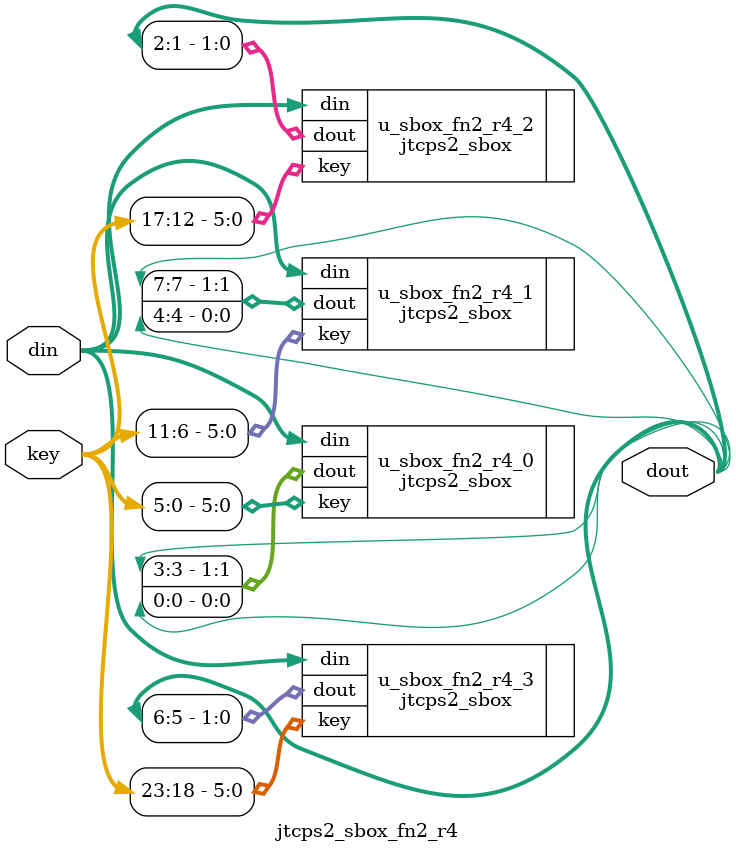
<source format=v>
/*  This file is part of JTCORES.
    JTCORES program is distributed in the hope that it will be useful,
    but WITHOUT ANY WARRANTY; without even the implied warranty of
    MERCHANTABILITY or FITNESS FOR A PARTICULAR PURPOSE.  See the
    GNU General Public License for more details.

    You should have received a copy of the GNU General Public License
    along with JTCORES.  If not, see <http://www.gnu.org/licenses/>.

    Author: Jose Tejada Gomez. Twitter: @topapate
    Version: 1.0
    Date: 16-2-2021 */


module jtcps2_sbox_fn1_r1(
    input  [ 7:0] din,
    input  [23:0] key,
    output [ 7:0] dout
);

    jtcps2_sbox #(
        .LUT( {
        2'd3, 2'd1, 2'd0, 2'd2, 2'd3, 2'd1, 2'd3, 2'd2, 
        2'd2, 2'd2, 2'd3, 2'd2, 2'd1, 2'd2, 2'd2, 2'd1, 
        2'd0, 2'd0, 2'd1, 2'd0, 2'd0, 2'd3, 2'd1, 2'd1, 
        2'd1, 2'd3, 2'd1, 2'd3, 2'd0, 2'd0, 2'd2, 2'd2, 
        2'd2, 2'd1, 2'd1, 2'd1, 2'd2, 2'd3, 2'd3, 2'd2, 
        2'd2, 2'd2, 2'd3, 2'd1, 2'd2, 2'd1, 2'd1, 2'd1, 
        2'd2, 2'd1, 2'd3, 2'd0, 2'd3, 2'd0, 2'd2, 2'd3, 
        2'd1, 2'd1, 2'd0, 2'd1, 2'd0, 2'd2, 2'd2, 2'd0
        } ),
        .LOC( { 3'd0, 3'd0, 3'd6, 3'd5, 3'd4, 3'd3 } ),
        .OK ( 6'b00_1111 ))
    u_sbox_fn1_r1_0(
        .din ( din                  ),
        .key ( key[ 5:0 ]           ),
        .dout( { dout[6], dout[3] } )
    );

    jtcps2_sbox #(
        .LUT( {
        2'd0, 2'd0, 2'd3, 2'd2, 2'd3, 2'd1, 2'd3, 2'd2, 
        2'd2, 2'd2, 2'd3, 2'd1, 2'd1, 2'd3, 2'd2, 2'd3, 
        2'd1, 2'd2, 2'd1, 2'd0, 2'd2, 2'd1, 2'd1, 2'd1, 
        2'd1, 2'd3, 2'd3, 2'd3, 2'd2, 2'd3, 2'd1, 2'd0, 
        2'd3, 2'd3, 2'd3, 2'd0, 2'd3, 2'd2, 2'd2, 2'd1, 
        2'd2, 2'd0, 2'd0, 2'd0, 2'd3, 2'd1, 2'd3, 2'd2, 
        2'd3, 2'd2, 2'd0, 2'd0, 2'd0, 2'd1, 2'd2, 2'd1, 
        2'd1, 2'd1, 2'd1, 2'd2, 2'd2, 2'd2, 2'd0, 2'd3
        } ),
        .LOC( { 3'd0, 3'd7, 3'd4, 3'd2, 3'd1, 3'd0 } ),
        .OK ( 6'b01_1111 ))
    u_sbox_fn1_r1_1(
        .din ( din                  ),
        .key ( key[11:6 ]           ),
        .dout( { dout[7], dout[2] } )
    );

    jtcps2_sbox #(
        .LUT( {
        2'd0, 2'd0, 2'd0, 2'd2, 2'd2, 2'd0, 2'd2, 2'd1, 
        2'd1, 2'd1, 2'd3, 2'd1, 2'd3, 2'd2, 2'd1, 2'd3, 
        2'd0, 2'd1, 2'd2, 2'd0, 2'd1, 2'd0, 2'd1, 2'd2, 
        2'd0, 2'd2, 2'd0, 2'd1, 2'd2, 2'd1, 2'd3, 2'd2, 
        2'd0, 2'd1, 2'd0, 2'd0, 2'd1, 2'd0, 2'd2, 2'd0, 
        2'd2, 2'd0, 2'd3, 2'd2, 2'd1, 2'd0, 2'd1, 2'd0, 
        2'd3, 2'd2, 2'd3, 2'd3, 2'd0, 2'd2, 2'd1, 2'd3, 
        2'd2, 2'd2, 2'd0, 2'd1, 2'd1, 2'd3, 2'd0, 2'd3
        } ),
        .LOC( { 3'd7, 3'd6, 3'd3, 3'd2, 3'd1, 3'd0 } ),
        .OK ( 6'b11_1111 ))
    u_sbox_fn1_r1_2(
        .din ( din                  ),
        .key ( key[17:12]           ),
        .dout( { dout[1], dout[0] } )
    );

    jtcps2_sbox #(
        .LUT( {
        2'd3, 2'd3, 2'd1, 2'd1, 2'd0, 2'd3, 2'd0, 2'd0, 
        2'd3, 2'd3, 2'd1, 2'd2, 2'd0, 2'd2, 2'd3, 2'd3, 
        2'd0, 2'd2, 2'd3, 2'd2, 2'd2, 2'd1, 2'd1, 2'd3, 
        2'd1, 2'd0, 2'd1, 2'd0, 2'd1, 2'd0, 2'd1, 2'd2, 
        2'd2, 2'd0, 2'd0, 2'd0, 2'd3, 2'd1, 2'd0, 2'd1, 
        2'd0, 2'd1, 2'd2, 2'd3, 2'd3, 2'd1, 2'd2, 2'd2, 
        2'd1, 2'd2, 2'd3, 2'd1, 2'd2, 2'd3, 2'd2, 2'd1, 
        2'd1, 2'd2, 2'd2, 2'd0, 2'd3, 2'd0, 2'd2, 2'd3
        } ),
        .LOC( { 3'd7, 3'd6, 3'd5, 3'd3, 3'd1, 3'd0 } ),
        .OK ( 6'b11_1111 ))
    u_sbox_fn1_r1_3(
        .din ( din                  ),
        .key ( key[23:18]           ),
        .dout( { dout[5], dout[4] } )
    );

endmodule


module jtcps2_sbox_fn1_r2(
    input  [ 7:0] din,
    input  [23:0] key,
    output [ 7:0] dout
);

    jtcps2_sbox #(
        .LUT( {
        2'd0, 2'd3, 2'd1, 2'd0, 2'd2, 2'd1, 2'd2, 2'd1, 
        2'd2, 2'd2, 2'd1, 2'd0, 2'd3, 2'd1, 2'd0, 2'd3, 
        2'd2, 2'd1, 2'd2, 2'd3, 2'd1, 2'd0, 2'd3, 2'd3, 
        2'd0, 2'd2, 2'd1, 2'd0, 2'd1, 2'd2, 2'd2, 2'd0, 
        2'd2, 2'd1, 2'd3, 2'd2, 2'd2, 2'd3, 2'd2, 2'd3, 
        2'd3, 2'd3, 2'd1, 2'd3, 2'd3, 2'd0, 2'd3, 2'd1, 
        2'd3, 2'd1, 2'd2, 2'd0, 2'd1, 2'd0, 2'd3, 2'd0, 
        2'd1, 2'd3, 2'd0, 2'd3, 2'd0, 2'd2, 2'd3, 2'd3
        } ),
        .LOC( { 3'd0, 3'd6, 3'd3, 3'd2, 3'd1, 3'd0 } ),
        .OK ( 6'b01_1111 ))
    u_sbox_fn1_r2_0(
        .din ( din                  ),
        .key ( key[ 5:0 ]           ),
        .dout( { dout[6], dout[1] } )
    );

    jtcps2_sbox #(
        .LUT( {
        2'd0, 2'd2, 2'd0, 2'd3, 2'd2, 2'd3, 2'd0, 2'd2, 
        2'd3, 2'd1, 2'd2, 2'd1, 2'd3, 2'd2, 2'd1, 2'd0, 
        2'd3, 2'd0, 2'd1, 2'd2, 2'd1, 2'd2, 2'd1, 2'd2, 
        2'd3, 2'd2, 2'd0, 2'd1, 2'd0, 2'd2, 2'd2, 2'd2, 
        2'd3, 2'd1, 2'd2, 2'd3, 2'd2, 2'd1, 2'd0, 2'd1, 
        2'd0, 2'd1, 2'd2, 2'd2, 2'd1, 2'd0, 2'd3, 2'd3, 
        2'd2, 2'd3, 2'd2, 2'd0, 2'd0, 2'd2, 2'd0, 2'd1, 
        2'd1, 2'd0, 2'd3, 2'd1, 2'd2, 2'd3, 2'd2, 2'd1
        } ),
        .LOC( { 3'd0, 3'd7, 3'd6, 3'd5, 3'd4, 3'd2 } ),
        .OK ( 6'b01_1111 ))
    u_sbox_fn1_r2_1(
        .din ( din                  ),
        .key ( key[11:6 ]           ),
        .dout( { dout[7], dout[5] } )
    );

    jtcps2_sbox #(
        .LUT( {
        2'd3, 2'd1, 2'd3, 2'd2, 2'd3, 2'd0, 2'd0, 2'd2, 
        2'd2, 2'd1, 2'd1, 2'd1, 2'd2, 2'd2, 2'd2, 2'd1, 
        2'd0, 2'd0, 2'd1, 2'd1, 2'd2, 2'd3, 2'd3, 2'd1, 
        2'd0, 2'd3, 2'd1, 2'd3, 2'd0, 2'd3, 2'd1, 2'd1, 
        2'd2, 2'd2, 2'd2, 2'd3, 2'd3, 2'd3, 2'd0, 2'd1, 
        2'd3, 2'd2, 2'd2, 2'd2, 2'd1, 2'd3, 2'd1, 2'd1, 
        2'd0, 2'd0, 2'd3, 2'd1, 2'd2, 2'd2, 2'd2, 2'd0, 
        2'd1, 2'd0, 2'd1, 2'd1, 2'd2, 2'd0, 2'd1, 2'd0
        } ),
        .LOC( { 3'd7, 3'd5, 3'd4, 3'd3, 3'd2, 3'd1 } ),
        .OK ( 6'b11_1111 ))
    u_sbox_fn1_r2_2(
        .din ( din                  ),
        .key ( key[17:12]           ),
        .dout( { dout[3], dout[0] } )
    );

    jtcps2_sbox #(
        .LUT( {
        2'd3, 2'd3, 2'd2, 2'd1, 2'd0, 2'd1, 2'd3, 2'd1, 
        2'd1, 2'd1, 2'd1, 2'd0, 2'd1, 2'd0, 2'd1, 2'd0, 
        2'd3, 2'd1, 2'd1, 2'd2, 2'd2, 2'd2, 2'd1, 2'd2, 
        2'd0, 2'd2, 2'd3, 2'd0, 2'd3, 2'd3, 2'd3, 2'd1, 
        2'd0, 2'd3, 2'd0, 2'd3, 2'd0, 2'd3, 2'd0, 2'd0, 
        2'd0, 2'd1, 2'd2, 2'd1, 2'd0, 2'd3, 2'd3, 2'd1, 
        2'd1, 2'd3, 2'd0, 2'd1, 2'd1, 2'd1, 2'd2, 2'd1, 
        2'd0, 2'd2, 2'd3, 2'd3, 2'd3, 2'd0, 2'd1, 2'd2
        } ),
        .LOC( { 3'd7, 3'd6, 3'd4, 3'd3, 3'd1, 3'd0 } ),
        .OK ( 6'b11_1111 ))
    u_sbox_fn1_r2_3(
        .din ( din                  ),
        .key ( key[23:18]           ),
        .dout( { dout[4], dout[2] } )
    );

endmodule


module jtcps2_sbox_fn1_r3(
    input  [ 7:0] din,
    input  [23:0] key,
    output [ 7:0] dout
);

    jtcps2_sbox #(
        .LUT( {
        2'd3, 2'd3, 2'd3, 2'd3, 2'd3, 2'd1, 2'd3, 2'd0, 
        2'd0, 2'd0, 2'd2, 2'd0, 2'd1, 2'd0, 2'd0, 2'd2, 
        2'd3, 2'd3, 2'd1, 2'd0, 2'd2, 2'd3, 2'd1, 2'd0, 
        2'd3, 2'd3, 2'd2, 2'd1, 2'd1, 2'd0, 2'd0, 2'd3, 
        2'd3, 2'd2, 2'd0, 2'd0, 2'd0, 2'd0, 2'd0, 2'd3, 
        2'd0, 2'd1, 2'd2, 2'd2, 2'd3, 2'd2, 2'd1, 2'd0, 
        2'd2, 2'd3, 2'd0, 2'd0, 2'd0, 2'd2, 2'd0, 2'd2, 
        2'd0, 2'd1, 2'd1, 2'd3, 2'd3, 2'd0, 2'd0, 2'd0
        } ),
        .LOC( { 3'd0, 3'd7, 3'd6, 3'd5, 3'd1, 3'd0 } ),
        .OK ( 6'b01_1111 ))
    u_sbox_fn1_r3_0(
        .din ( din                  ),
        .key ( key[ 5:0 ]           ),
        .dout( { dout[5], dout[0] } )
    );

    jtcps2_sbox #(
        .LUT( {
        2'd3, 2'd1, 2'd1, 2'd1, 2'd2, 2'd0, 2'd3, 2'd1, 
        2'd3, 2'd1, 2'd2, 2'd0, 2'd3, 2'd2, 2'd2, 2'd1, 
        2'd0, 2'd1, 2'd2, 2'd0, 2'd1, 2'd3, 2'd2, 2'd3, 
        2'd0, 2'd3, 2'd3, 2'd2, 2'd1, 2'd2, 2'd0, 2'd3, 
        2'd1, 2'd2, 2'd2, 2'd1, 2'd2, 2'd0, 2'd1, 2'd0, 
        2'd0, 2'd1, 2'd1, 2'd1, 2'd3, 2'd2, 2'd0, 2'd1, 
        2'd2, 2'd0, 2'd2, 2'd3, 2'd0, 2'd3, 2'd2, 2'd2, 
        2'd0, 2'd3, 2'd2, 2'd0, 2'd3, 2'd2, 2'd3, 2'd2
        } ),
        .LOC( { 3'd0, 3'd7, 3'd6, 3'd4, 3'd3, 3'd2 } ),
        .OK ( 6'b01_1111 ))
    u_sbox_fn1_r3_1(
        .din ( din                  ),
        .key ( key[11:6 ]           ),
        .dout( { dout[7], dout[6] } )
    );

    jtcps2_sbox #(
        .LUT( {
        2'd0, 2'd0, 2'd0, 2'd2, 2'd3, 2'd0, 2'd0, 2'd0, 
        2'd0, 2'd3, 2'd2, 2'd0, 2'd0, 2'd1, 2'd1, 2'd3, 
        2'd0, 2'd3, 2'd1, 2'd0, 2'd2, 2'd1, 2'd1, 2'd3, 
        2'd2, 2'd1, 2'd0, 2'd0, 2'd2, 2'd1, 2'd1, 2'd2, 
        2'd0, 2'd3, 2'd0, 2'd0, 2'd0, 2'd2, 2'd1, 2'd3, 
        2'd2, 2'd0, 2'd0, 2'd2, 2'd0, 2'd1, 2'd3, 2'd2, 
        2'd1, 2'd0, 2'd0, 2'd2, 2'd2, 2'd2, 2'd1, 2'd2, 
        2'd2, 2'd1, 2'd3, 2'd1, 2'd1, 2'd2, 2'd0, 2'd3
        } ),
        .LOC( { 3'd6, 3'd5, 3'd4, 3'd3, 3'd2, 3'd0 } ),
        .OK ( 6'b11_1111 ))
    u_sbox_fn1_r3_2(
        .din ( din                  ),
        .key ( key[17:12]           ),
        .dout( { dout[4], dout[1] } )
    );

    jtcps2_sbox #(
        .LUT( {
        2'd0, 2'd1, 2'd1, 2'd3, 2'd0, 2'd3, 2'd2, 2'd0, 
        2'd1, 2'd3, 2'd2, 2'd2, 2'd3, 2'd3, 2'd3, 2'd0, 
        2'd0, 2'd1, 2'd2, 2'd2, 2'd2, 2'd3, 2'd2, 2'd1, 
        2'd1, 2'd2, 2'd0, 2'd3, 2'd0, 2'd3, 2'd3, 2'd1, 
        2'd2, 2'd3, 2'd3, 2'd0, 2'd1, 2'd2, 2'd2, 2'd0, 
        2'd0, 2'd1, 2'd1, 2'd3, 2'd3, 2'd0, 2'd1, 2'd1, 
        2'd1, 2'd1, 2'd1, 2'd0, 2'd1, 2'd2, 2'd3, 2'd3, 
        2'd2, 2'd3, 2'd1, 2'd2, 2'd0, 2'd0, 2'd1, 2'd0
        } ),
        .LOC( { 3'd7, 3'd5, 3'd3, 3'd2, 3'd1, 3'd0 } ),
        .OK ( 6'b11_1111 ))
    u_sbox_fn1_r3_3(
        .din ( din                  ),
        .key ( key[23:18]           ),
        .dout( { dout[3], dout[2] } )
    );

endmodule


module jtcps2_sbox_fn1_r4(
    input  [ 7:0] din,
    input  [23:0] key,
    output [ 7:0] dout
);

    jtcps2_sbox #(
        .LUT( {
        2'd0, 2'd3, 2'd3, 2'd1, 2'd0, 2'd3, 2'd1, 2'd3, 
        2'd0, 2'd3, 2'd1, 2'd2, 2'd0, 2'd0, 2'd0, 2'd2, 
        2'd2, 2'd1, 2'd0, 2'd2, 2'd3, 2'd2, 2'd1, 2'd3, 
        2'd2, 2'd3, 2'd1, 2'd2, 2'd3, 2'd0, 2'd1, 2'd0, 
        2'd2, 2'd1, 2'd0, 2'd2, 2'd3, 2'd2, 2'd3, 2'd0, 
        2'd3, 2'd2, 2'd1, 2'd2, 2'd1, 2'd0, 2'd3, 2'd3, 
        2'd2, 2'd0, 2'd2, 2'd1, 2'd0, 2'd3, 2'd2, 2'd3, 
        2'd3, 2'd1, 2'd0, 2'd1, 2'd1, 2'd1, 2'd1, 2'd1
        } ),
        .LOC( { 3'd7, 3'd5, 3'd4, 3'd3, 3'd2, 3'd1 } ),
        .OK ( 6'b11_1111 ))
    u_sbox_fn1_r4_0(
        .din ( din                  ),
        .key ( key[ 5:0 ]           ),
        .dout( { dout[4], dout[0] } )
    );

    jtcps2_sbox #(
        .LUT( {
        2'd0, 2'd1, 2'd2, 2'd2, 2'd3, 2'd3, 2'd1, 2'd0, 
        2'd0, 2'd1, 2'd1, 2'd3, 2'd1, 2'd0, 2'd3, 2'd0, 
        2'd1, 2'd0, 2'd2, 2'd0, 2'd2, 2'd0, 2'd3, 2'd0, 
        2'd3, 2'd0, 2'd3, 2'd2, 2'd0, 2'd3, 2'd1, 2'd1, 
        2'd0, 2'd0, 2'd3, 2'd3, 2'd2, 2'd2, 2'd0, 2'd1, 
        2'd0, 2'd2, 2'd0, 2'd0, 2'd1, 2'd3, 2'd2, 2'd2, 
        2'd2, 2'd1, 2'd3, 2'd0, 2'd3, 2'd1, 2'd3, 2'd3, 
        2'd2, 2'd0, 2'd1, 2'd0, 2'd0, 2'd0, 2'd0, 2'd3
        } ),
        .LOC( { 3'd6, 3'd5, 3'd3, 3'd2, 3'd1, 3'd0 } ),
        .OK ( 6'b11_1111 ))
    u_sbox_fn1_r4_1(
        .din ( din                  ),
        .key ( key[11:6 ]           ),
        .dout( { dout[3], dout[1] } )
    );

    jtcps2_sbox #(
        .LUT( {
        2'd0, 2'd3, 2'd1, 2'd1, 2'd3, 2'd3, 2'd2, 2'd1, 
        2'd3, 2'd0, 2'd3, 2'd2, 2'd1, 2'd1, 2'd1, 2'd2, 
        2'd1, 2'd0, 2'd0, 2'd2, 2'd2, 2'd0, 2'd1, 2'd1, 
        2'd2, 2'd2, 2'd2, 2'd0, 2'd3, 2'd2, 2'd0, 2'd3, 
        2'd0, 2'd1, 2'd0, 2'd0, 2'd1, 2'd0, 2'd2, 2'd3, 
        2'd2, 2'd3, 2'd3, 2'd2, 2'd2, 2'd1, 2'd0, 2'd3, 
        2'd0, 2'd3, 2'd0, 2'd0, 2'd2, 2'd3, 2'd0, 2'd2, 
        2'd1, 2'd3, 2'd1, 2'd0, 2'd2, 2'd1, 2'd1, 2'd0
        } ),
        .LOC( { 3'd7, 3'd6, 3'd5, 3'd4, 3'd2, 3'd0 } ),
        .OK ( 6'b11_1111 ))
    u_sbox_fn1_r4_2(
        .din ( din                  ),
        .key ( key[17:12]           ),
        .dout( { dout[6], dout[2] } )
    );

    jtcps2_sbox #(
        .LUT( {
        2'd0, 2'd0, 2'd3, 2'd2, 2'd1, 2'd2, 2'd2, 2'd2, 
        2'd0, 2'd0, 2'd0, 2'd3, 2'd0, 2'd0, 2'd1, 2'd3, 
        2'd0, 2'd3, 2'd2, 2'd3, 2'd2, 2'd3, 2'd3, 2'd0, 
        2'd1, 2'd1, 2'd2, 2'd1, 2'd3, 2'd1, 2'd1, 2'd1, 
        2'd3, 2'd3, 2'd1, 2'd2, 2'd0, 2'd0, 2'd2, 2'd3, 
        2'd3, 2'd2, 2'd2, 2'd0, 2'd3, 2'd3, 2'd1, 2'd0, 
        2'd2, 2'd0, 2'd2, 2'd3, 2'd1, 2'd1, 2'd2, 2'd2, 
        2'd3, 2'd0, 2'd1, 2'd0, 2'd2, 2'd2, 2'd1, 2'd0
        } ),
        .LOC( { 3'd7, 3'd6, 3'd4, 3'd3, 3'd1, 3'd0 } ),
        .OK ( 6'b11_1111 ))
    u_sbox_fn1_r4_3(
        .din ( din                  ),
        .key ( key[23:18]           ),
        .dout( { dout[7], dout[5] } )
    );

endmodule


module jtcps2_sbox_fn2_r1(
    input  [ 7:0] din,
    input  [23:0] key,
    output [ 7:0] dout
);

    jtcps2_sbox #(
        .LUT( {
        2'd1, 2'd3, 2'd1, 2'd1, 2'd3, 2'd1, 2'd2, 2'd2, 
        2'd1, 2'd1, 2'd3, 2'd0, 2'd2, 2'd0, 2'd1, 2'd1, 
        2'd2, 2'd1, 2'd0, 2'd3, 2'd2, 2'd0, 2'd3, 2'd0, 
        2'd3, 2'd3, 2'd2, 2'd2, 2'd1, 2'd0, 2'd1, 2'd0, 
        2'd0, 2'd3, 2'd1, 2'd2, 2'd0, 2'd3, 2'd2, 2'd2, 
        2'd2, 2'd0, 2'd2, 2'd0, 2'd2, 2'd1, 2'd0, 2'd2, 
        2'd1, 2'd0, 2'd2, 2'd3, 2'd1, 2'd0, 2'd1, 2'd1, 
        2'd3, 2'd0, 2'd0, 2'd3, 2'd0, 2'd2, 2'd0, 2'd2
        } ),
        .LOC( { 3'd0, 3'd7, 3'd5, 3'd4, 3'd3, 3'd0 } ),
        .OK ( 6'b01_1111 ))
    u_sbox_fn2_r1_0(
        .din ( din                  ),
        .key ( key[ 5:0 ]           ),
        .dout( { dout[7], dout[6] } )
    );

    jtcps2_sbox #(
        .LUT( {
        2'd0, 2'd3, 2'd1, 2'd1, 2'd1, 2'd3, 2'd2, 2'd2, 
        2'd3, 2'd3, 2'd3, 2'd0, 2'd2, 2'd1, 2'd1, 2'd3, 
        2'd2, 2'd1, 2'd1, 2'd0, 2'd1, 2'd0, 2'd2, 2'd2, 
        2'd2, 2'd2, 2'd2, 2'd2, 2'd3, 2'd1, 2'd3, 2'd1, 
        2'd1, 2'd1, 2'd3, 2'd3, 2'd3, 2'd1, 2'd0, 2'd2, 
        2'd2, 2'd2, 2'd2, 2'd0, 2'd2, 2'd2, 2'd3, 2'd1, 
        2'd0, 2'd0, 2'd1, 2'd1, 2'd0, 2'd2, 2'd0, 2'd3, 
        2'd1, 2'd0, 2'd2, 2'd0, 2'd3, 2'd0, 2'd1, 2'd1
        } ),
        .LOC( { 3'd0, 3'd6, 3'd4, 3'd3, 3'd2, 3'd1 } ),
        .OK ( 6'b01_1111 ))
    u_sbox_fn2_r1_1(
        .din ( din                  ),
        .key ( key[11:6 ]           ),
        .dout( { dout[5], dout[3] } )
    );

    jtcps2_sbox #(
        .LUT( {
        2'd3, 2'd1, 2'd1, 2'd3, 2'd1, 2'd2, 2'd3, 2'd1, 
        2'd0, 2'd2, 2'd3, 2'd2, 2'd0, 2'd0, 2'd0, 2'd3, 
        2'd1, 2'd0, 2'd3, 2'd2, 2'd3, 2'd2, 2'd0, 2'd0, 
        2'd0, 2'd2, 2'd0, 2'd0, 2'd1, 2'd1, 2'd0, 2'd2, 
        2'd2, 2'd0, 2'd0, 2'd0, 2'd2, 2'd1, 2'd3, 2'd2, 
        2'd1, 2'd0, 2'd0, 2'd2, 2'd1, 2'd3, 2'd2, 2'd1, 
        2'd1, 2'd2, 2'd1, 2'd0, 2'd1, 2'd2, 2'd2, 2'd1, 
        2'd3, 2'd3, 2'd3, 2'd3, 2'd2, 2'd2, 2'd0, 2'd1
        } ),
        .LOC( { 3'd7, 3'd6, 3'd5, 3'd4, 3'd2, 3'd1 } ),
        .OK ( 6'b11_1111 ))
    u_sbox_fn2_r1_2(
        .din ( din                  ),
        .key ( key[17:12]           ),
        .dout( { dout[4], dout[1] } )
    );

    jtcps2_sbox #(
        .LUT( {
        2'd0, 2'd2, 2'd2, 2'd3, 2'd1, 2'd0, 2'd3, 2'd0, 
        2'd0, 2'd0, 2'd3, 2'd1, 2'd2, 2'd1, 2'd3, 2'd3, 
        2'd2, 2'd2, 2'd2, 2'd0, 2'd1, 2'd0, 2'd0, 2'd3, 
        2'd1, 2'd2, 2'd1, 2'd0, 2'd0, 2'd0, 2'd3, 2'd2, 
        2'd1, 2'd0, 2'd3, 2'd3, 2'd0, 2'd0, 2'd0, 2'd3, 
        2'd2, 2'd0, 2'd0, 2'd1, 2'd3, 2'd0, 2'd3, 2'd2, 
        2'd1, 2'd2, 2'd3, 2'd3, 2'd1, 2'd1, 2'd2, 2'd3, 
        2'd1, 2'd3, 2'd2, 2'd3, 2'd0, 2'd3, 2'd3, 2'd1
        } ),
        .LOC( { 3'd7, 3'd6, 3'd5, 3'd3, 3'd2, 3'd0 } ),
        .OK ( 6'b11_1111 ))
    u_sbox_fn2_r1_3(
        .din ( din                  ),
        .key ( key[23:18]           ),
        .dout( { dout[2], dout[0] } )
    );

endmodule


module jtcps2_sbox_fn2_r2(
    input  [ 7:0] din,
    input  [23:0] key,
    output [ 7:0] dout
);

    jtcps2_sbox #(
        .LUT( {
        2'd0, 2'd1, 2'd1, 2'd2, 2'd1, 2'd2, 2'd1, 2'd1, 
        2'd0, 2'd0, 2'd2, 2'd0, 2'd0, 2'd3, 2'd3, 2'd0, 
        2'd2, 2'd0, 2'd1, 2'd1, 2'd1, 2'd2, 2'd1, 2'd3, 
        2'd0, 2'd3, 2'd3, 2'd1, 2'd1, 2'd2, 2'd2, 2'd2, 
        2'd3, 2'd2, 2'd0, 2'd2, 2'd2, 2'd2, 2'd1, 2'd3, 
        2'd3, 2'd2, 2'd3, 2'd2, 2'd1, 2'd0, 2'd1, 2'd1, 
        2'd3, 2'd0, 2'd3, 2'd1, 2'd1, 2'd0, 2'd0, 2'd3, 
        2'd1, 2'd3, 2'd0, 2'd3, 2'd0, 2'd3, 2'd1, 2'd3
        } ),
        .LOC( { 3'd0, 3'd0, 3'd6, 3'd4, 3'd2, 3'd0 } ),
        .OK ( 6'b00_1111 ))
    u_sbox_fn2_r2_0(
        .din ( din                  ),
        .key ( key[ 5:0 ]           ),
        .dout( { dout[6], dout[4] } )
    );

    jtcps2_sbox #(
        .LUT( {
        2'd0, 2'd2, 2'd1, 2'd0, 2'd0, 2'd3, 2'd1, 2'd1, 
        2'd3, 2'd0, 2'd3, 2'd3, 2'd2, 2'd0, 2'd1, 2'd3, 
        2'd3, 2'd2, 2'd0, 2'd2, 2'd1, 2'd2, 2'd0, 2'd2, 
        2'd1, 2'd1, 2'd0, 2'd2, 2'd1, 2'd0, 2'd3, 2'd2, 
        2'd0, 2'd1, 2'd0, 2'd2, 2'd2, 2'd1, 2'd2, 2'd3, 
        2'd3, 2'd3, 2'd1, 2'd2, 2'd2, 2'd1, 2'd3, 2'd0, 
        2'd3, 2'd2, 2'd0, 2'd2, 2'd1, 2'd1, 2'd1, 2'd3, 
        2'd2, 2'd1, 2'd2, 2'd3, 2'd3, 2'd0, 2'd3, 2'd0
        } ),
        .LOC( { 3'd7, 3'd6, 3'd5, 3'd4, 3'd3, 3'd1 } ),
        .OK ( 6'b11_1111 ))
    u_sbox_fn2_r2_1(
        .din ( din                  ),
        .key ( key[11:6 ]           ),
        .dout( { dout[3], dout[0] } )
    );

    jtcps2_sbox #(
        .LUT( {
        2'd1, 2'd2, 2'd0, 2'd1, 2'd2, 2'd3, 2'd2, 2'd1, 
        2'd2, 2'd2, 2'd0, 2'd2, 2'd2, 2'd3, 2'd0, 2'd3, 
        2'd3, 2'd0, 2'd3, 2'd2, 2'd1, 2'd0, 2'd2, 2'd1, 
        2'd1, 2'd1, 2'd0, 2'd1, 2'd2, 2'd2, 2'd3, 2'd3, 
        2'd1, 2'd3, 2'd2, 2'd1, 2'd1, 2'd0, 2'd0, 2'd3, 
        2'd0, 2'd1, 2'd1, 2'd2, 2'd3, 2'd2, 2'd2, 2'd1, 
        2'd3, 2'd0, 2'd1, 2'd1, 2'd2, 2'd2, 2'd2, 2'd1, 
        2'd0, 2'd1, 2'd2, 2'd3, 2'd1, 2'd2, 2'd0, 2'd0
        } ),
        .LOC( { 3'd7, 3'd5, 3'd4, 3'd3, 3'd1, 3'd0 } ),
        .OK ( 6'b11_1111 ))
    u_sbox_fn2_r2_2(
        .din ( din                  ),
        .key ( key[17:12]           ),
        .dout( { dout[7], dout[1] } )
    );

    jtcps2_sbox #(
        .LUT( {
        2'd0, 2'd2, 2'd3, 2'd2, 2'd2, 2'd1, 2'd0, 2'd0, 
        2'd3, 2'd1, 2'd0, 2'd1, 2'd0, 2'd1, 2'd1, 2'd1, 
        2'd1, 2'd3, 2'd2, 2'd3, 2'd0, 2'd2, 2'd3, 2'd0, 
        2'd0, 2'd0, 2'd1, 2'd1, 2'd3, 2'd3, 2'd3, 2'd2, 
        2'd2, 2'd1, 2'd2, 2'd2, 2'd0, 2'd0, 2'd2, 2'd2, 
        2'd1, 2'd3, 2'd2, 2'd1, 2'd3, 2'd2, 2'd3, 2'd3, 
        2'd0, 2'd3, 2'd2, 2'd3, 2'd0, 2'd2, 2'd3, 2'd1, 
        2'd0, 2'd2, 2'd2, 2'd0, 2'd2, 2'd1, 2'd2, 2'd0
        } ),
        .LOC( { 3'd7, 3'd6, 3'd5, 3'd3, 3'd2, 3'd1 } ),
        .OK ( 6'b11_1111 ))
    u_sbox_fn2_r2_3(
        .din ( din                  ),
        .key ( key[23:18]           ),
        .dout( { dout[5], dout[2] } )
    );

endmodule


module jtcps2_sbox_fn2_r3(
    input  [ 7:0] din,
    input  [23:0] key,
    output [ 7:0] dout
);

    jtcps2_sbox #(
        .LUT( {
        2'd1, 2'd3, 2'd3, 2'd2, 2'd0, 2'd1, 2'd2, 2'd1, 
        2'd0, 2'd3, 2'd3, 2'd3, 2'd0, 2'd0, 2'd0, 2'd0, 
        2'd0, 2'd2, 2'd3, 2'd3, 2'd3, 2'd2, 2'd2, 2'd0, 
        2'd2, 2'd2, 2'd3, 2'd1, 2'd1, 2'd2, 2'd1, 2'd1, 
        2'd2, 2'd1, 2'd2, 2'd3, 2'd2, 2'd0, 2'd1, 2'd1, 
        2'd0, 2'd0, 2'd1, 2'd3, 2'd3, 2'd0, 2'd2, 2'd0, 
        2'd1, 2'd0, 2'd0, 2'd3, 2'd3, 2'd1, 2'd2, 2'd2, 
        2'd3, 2'd1, 2'd3, 2'd2, 2'd1, 2'd2, 2'd1, 2'd2
        } ),
        .LOC( { 3'd0, 3'd0, 3'd6, 3'd4, 3'd3, 3'd2 } ),
        .OK ( 6'b00_1111 ))
    u_sbox_fn2_r3_0(
        .din ( din                  ),
        .key ( key[ 5:0 ]           ),
        .dout( { dout[5], dout[3] } )
    );

    jtcps2_sbox #(
        .LUT( {
        2'd0, 2'd0, 2'd3, 2'd2, 2'd2, 2'd2, 2'd0, 2'd1, 
        2'd3, 2'd3, 2'd0, 2'd2, 2'd3, 2'd1, 2'd3, 2'd1, 
        2'd0, 2'd0, 2'd2, 2'd0, 2'd0, 2'd1, 2'd0, 2'd2, 
        2'd2, 2'd0, 2'd0, 2'd1, 2'd2, 2'd0, 2'd0, 2'd3, 
        2'd2, 2'd1, 2'd1, 2'd0, 2'd2, 2'd3, 2'd2, 2'd2, 
        2'd3, 2'd2, 2'd1, 2'd0, 2'd1, 2'd3, 2'd1, 2'd3, 
        2'd0, 2'd3, 2'd0, 2'd1, 2'd1, 2'd1, 2'd0, 2'd2, 
        2'd0, 2'd3, 2'd0, 2'd1, 2'd3, 2'd3, 2'd2, 2'd3
        } ),
        .LOC( { 3'd0, 3'd7, 3'd5, 3'd3, 3'd1, 3'd0 } ),
        .OK ( 6'b01_1111 ))
    u_sbox_fn2_r3_1(
        .din ( din                  ),
        .key ( key[11:6 ]           ),
        .dout( { dout[2], dout[0] } )
    );

    jtcps2_sbox #(
        .LUT( {
        2'd1, 2'd3, 2'd3, 2'd0, 2'd1, 2'd2, 2'd0, 2'd2, 
        2'd0, 2'd3, 2'd1, 2'd3, 2'd2, 2'd2, 2'd2, 2'd3, 
        2'd1, 2'd2, 2'd3, 2'd2, 2'd0, 2'd3, 2'd1, 2'd0, 
        2'd2, 2'd1, 2'd0, 2'd0, 2'd2, 2'd2, 2'd2, 2'd1, 
        2'd2, 2'd0, 2'd0, 2'd0, 2'd1, 2'd2, 2'd2, 2'd3, 
        2'd3, 2'd0, 2'd3, 2'd0, 2'd3, 2'd1, 2'd3, 2'd2, 
        2'd2, 2'd3, 2'd2, 2'd1, 2'd3, 2'd1, 2'd0, 2'd0, 
        2'd0, 2'd3, 2'd3, 2'd2, 2'd0, 2'd1, 2'd2, 2'd2
        } ),
        .LOC( { 3'd7, 3'd5, 3'd3, 3'd2, 3'd1, 3'd0 } ),
        .OK ( 6'b11_1111 ))
    u_sbox_fn2_r3_2(
        .din ( din                  ),
        .key ( key[17:12]           ),
        .dout( { dout[6], dout[1] } )
    );

    jtcps2_sbox #(
        .LUT( {
        2'd1, 2'd1, 2'd2, 2'd2, 2'd0, 2'd3, 2'd2, 2'd0, 
        2'd3, 2'd3, 2'd2, 2'd2, 2'd0, 2'd2, 2'd2, 2'd3, 
        2'd2, 2'd3, 2'd2, 2'd2, 2'd0, 2'd0, 2'd1, 2'd2, 
        2'd1, 2'd1, 2'd1, 2'd2, 2'd0, 2'd1, 2'd3, 2'd3, 
        2'd2, 2'd1, 2'd1, 2'd1, 2'd3, 2'd3, 2'd1, 2'd0, 
        2'd2, 2'd1, 2'd1, 2'd2, 2'd1, 2'd1, 2'd1, 2'd0, 
        2'd0, 2'd2, 2'd2, 2'd1, 2'd1, 2'd0, 2'd1, 2'd3, 
        2'd3, 2'd1, 2'd2, 2'd0, 2'd2, 2'd3, 2'd2, 2'd1
        } ),
        .LOC( { 3'd7, 3'd6, 3'd5, 3'd4, 3'd2, 3'd0 } ),
        .OK ( 6'b11_1111 ))
    u_sbox_fn2_r3_3(
        .din ( din                  ),
        .key ( key[23:18]           ),
        .dout( { dout[7], dout[4] } )
    );

endmodule


module jtcps2_sbox_fn2_r4(
    input  [ 7:0] din,
    input  [23:0] key,
    output [ 7:0] dout
);

    jtcps2_sbox #(
        .LUT( {
        2'd0, 2'd1, 2'd1, 2'd3, 2'd3, 2'd1, 2'd1, 2'd1, 
        2'd3, 2'd3, 2'd0, 2'd2, 2'd1, 2'd0, 2'd1, 2'd1, 
        2'd1, 2'd3, 2'd2, 2'd1, 2'd1, 2'd0, 2'd0, 2'd2, 
        2'd3, 2'd1, 2'd3, 2'd2, 2'd0, 2'd2, 2'd0, 2'd3, 
        2'd1, 2'd0, 2'd2, 2'd3, 2'd2, 2'd2, 2'd3, 2'd3, 
        2'd2, 2'd0, 2'd3, 2'd2, 2'd0, 2'd2, 2'd1, 2'd0, 
        2'd2, 2'd0, 2'd1, 2'd0, 2'd2, 2'd1, 2'd1, 2'd1, 
        2'd3, 2'd3, 2'd1, 2'd2, 2'd1, 2'd1, 2'd0, 2'd2
        } ),
        .LOC( { 3'd0, 3'd7, 3'd6, 3'd3, 3'd1, 3'd0 } ),
        .OK ( 6'b01_1111 ))
    u_sbox_fn2_r4_0(
        .din ( din                  ),
        .key ( key[ 5:0 ]           ),
        .dout( { dout[3], dout[0] } )
    );

    jtcps2_sbox #(
        .LUT( {
        2'd2, 2'd0, 2'd1, 2'd2, 2'd3, 2'd1, 2'd2, 2'd3, 
        2'd2, 2'd3, 2'd3, 2'd0, 2'd2, 2'd1, 2'd0, 2'd0, 
        2'd0, 2'd3, 2'd1, 2'd0, 2'd1, 2'd0, 2'd3, 2'd3, 
        2'd3, 2'd1, 2'd3, 2'd2, 2'd2, 2'd1, 2'd2, 2'd2, 
        2'd3, 2'd3, 2'd2, 2'd3, 2'd2, 2'd0, 2'd1, 2'd2, 
        2'd0, 2'd1, 2'd2, 2'd0, 2'd1, 2'd0, 2'd1, 2'd1, 
        2'd0, 2'd1, 2'd0, 2'd1, 2'd2, 2'd2, 2'd2, 2'd0, 
        2'd1, 2'd3, 2'd3, 2'd0, 2'd1, 2'd2, 2'd2, 2'd1
        } ),
        .LOC( { 3'd6, 3'd5, 3'd4, 3'd2, 3'd1, 3'd0 } ),
        .OK ( 6'b11_1111 ))
    u_sbox_fn2_r4_1(
        .din ( din                  ),
        .key ( key[11:6 ]           ),
        .dout( { dout[7], dout[4] } )
    );

    jtcps2_sbox #(
        .LUT( {
        2'd3, 2'd1, 2'd1, 2'd2, 2'd3, 2'd0, 2'd0, 2'd1, 
        2'd2, 2'd3, 2'd2, 2'd1, 2'd2, 2'd1, 2'd0, 2'd0, 
        2'd3, 2'd1, 2'd0, 2'd1, 2'd0, 2'd2, 2'd3, 2'd3, 
        2'd1, 2'd1, 2'd3, 2'd0, 2'd0, 2'd1, 2'd3, 2'd0, 
        2'd2, 2'd1, 2'd2, 2'd0, 2'd1, 2'd2, 2'd2, 2'd3, 
        2'd1, 2'd2, 2'd2, 2'd2, 2'd1, 2'd0, 2'd1, 2'd3, 
        2'd2, 2'd3, 2'd0, 2'd0, 2'd1, 2'd1, 2'd2, 2'd0, 
        2'd0, 2'd3, 2'd2, 2'd3, 2'd1, 2'd2, 2'd3, 2'd2
        } ),
        .LOC( { 3'd7, 3'd5, 3'd4, 3'd3, 3'd2, 3'd0 } ),
        .OK ( 6'b11_1111 ))
    u_sbox_fn2_r4_2(
        .din ( din                  ),
        .key ( key[17:12]           ),
        .dout( { dout[2], dout[1] } )
    );

    jtcps2_sbox #(
        .LUT( {
        2'd1, 2'd2, 2'd3, 2'd1, 2'd0, 2'd0, 2'd3, 2'd2, 
        2'd3, 2'd1, 2'd2, 2'd3, 2'd2, 2'd0, 2'd3, 2'd0, 
        2'd2, 2'd3, 2'd1, 2'd1, 2'd3, 2'd0, 2'd1, 2'd0, 
        2'd3, 2'd3, 2'd1, 2'd2, 2'd2, 2'd0, 2'd3, 2'd1, 
        2'd0, 2'd3, 2'd0, 2'd2, 2'd3, 2'd2, 2'd2, 2'd3, 
        2'd0, 2'd2, 2'd0, 2'd1, 2'd2, 2'd3, 2'd0, 2'd1, 
        2'd3, 2'd0, 2'd0, 2'd2, 2'd1, 2'd1, 2'd3, 2'd3, 
        2'd1, 2'd2, 2'd2, 2'd2, 2'd3, 2'd0, 2'd0, 2'd2
        } ),
        .LOC( { 3'd7, 3'd6, 3'd5, 3'd4, 3'd3, 3'd2 } ),
        .OK ( 6'b11_1111 ))
    u_sbox_fn2_r4_3(
        .din ( din                  ),
        .key ( key[23:18]           ),
        .dout( { dout[6], dout[5] } )
    );

endmodule


</source>
